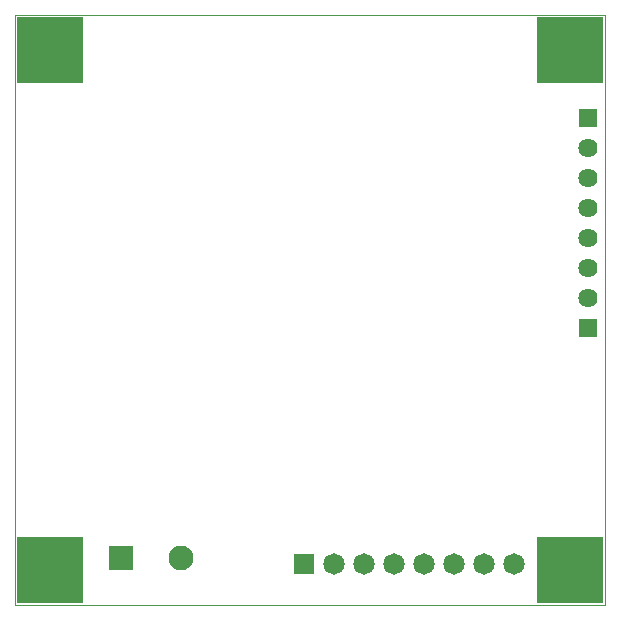
<source format=gbs>
G75*
%MOIN*%
%OFA0B0*%
%FSLAX25Y25*%
%IPPOS*%
%LPD*%
%AMOC8*
5,1,8,0,0,1.08239X$1,22.5*
%
%ADD10C,0.00000*%
%ADD11R,0.07150X0.07150*%
%ADD12C,0.07150*%
%ADD13R,0.06400X0.06400*%
%ADD14C,0.06400*%
%ADD15R,0.08274X0.08274*%
%ADD16C,0.08274*%
%ADD17R,0.21857X0.21857*%
D10*
X0000000Y0000000D02*
X0000000Y0196850D01*
X0196850Y0196850D01*
X0196850Y0000000D01*
X0000000Y0000000D01*
D11*
X0096457Y0013780D03*
D12*
X0106457Y0013780D03*
X0116457Y0013780D03*
X0126457Y0013780D03*
X0136457Y0013780D03*
X0146457Y0013780D03*
X0156457Y0013780D03*
X0166457Y0013780D03*
D13*
X0190945Y0092520D03*
X0190945Y0162520D03*
D14*
X0190945Y0152520D03*
X0190945Y0142520D03*
X0190945Y0132520D03*
X0190945Y0122520D03*
X0190945Y0112520D03*
X0190945Y0102520D03*
D15*
X0035433Y0015748D03*
D16*
X0055433Y0015748D03*
D17*
X0011811Y0011811D03*
X0185039Y0011811D03*
X0185039Y0185039D03*
X0011811Y0185039D03*
M02*

</source>
